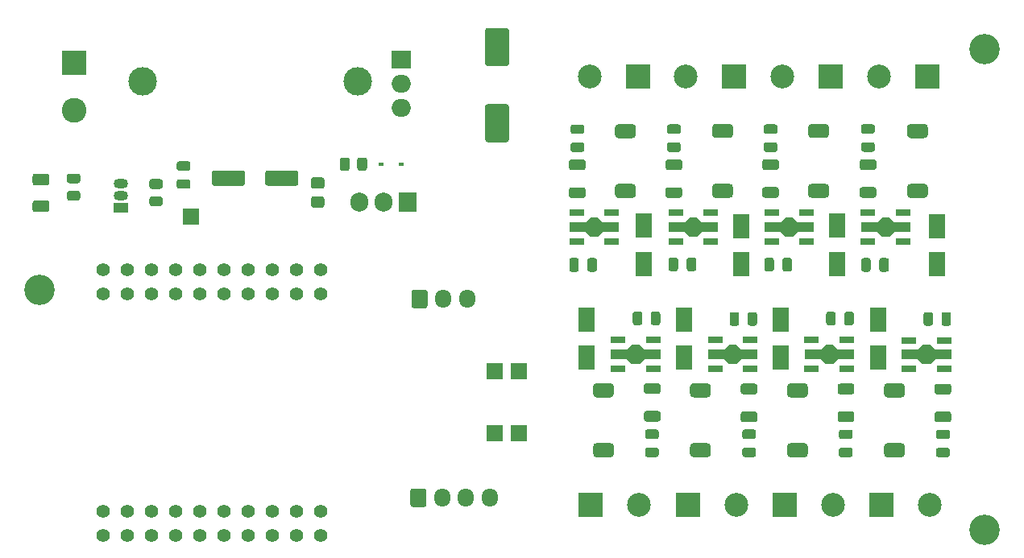
<source format=gts>
G04 #@! TF.GenerationSoftware,KiCad,Pcbnew,5.1.12-84ad8e8a86~92~ubuntu20.04.1*
G04 #@! TF.CreationDate,2021-11-09T21:57:18+01:00*
G04 #@! TF.ProjectId,CC dimmer low voltage,43432064-696d-46d6-9572-206c6f772076,0.82*
G04 #@! TF.SameCoordinates,Original*
G04 #@! TF.FileFunction,Soldermask,Top*
G04 #@! TF.FilePolarity,Negative*
%FSLAX46Y46*%
G04 Gerber Fmt 4.6, Leading zero omitted, Abs format (unit mm)*
G04 Created by KiCad (PCBNEW 5.1.12-84ad8e8a86~92~ubuntu20.04.1) date 2021-11-09 21:57:18*
%MOMM*%
%LPD*%
G01*
G04 APERTURE LIST*
%ADD10C,1.400000*%
%ADD11O,2.000000X1.905000*%
%ADD12R,2.000000X1.905000*%
%ADD13C,3.000000*%
%ADD14R,1.700000X1.700000*%
%ADD15C,3.200000*%
%ADD16R,1.800000X2.500000*%
%ADD17R,0.600000X0.450000*%
%ADD18O,1.700000X1.950000*%
%ADD19O,1.500000X1.050000*%
%ADD20R,1.500000X1.050000*%
%ADD21R,1.905000X2.000000*%
%ADD22O,1.905000X2.000000*%
%ADD23R,2.600000X2.600000*%
%ADD24C,2.600000*%
%ADD25C,2.500000*%
%ADD26R,2.500000X2.500000*%
%ADD27C,0.150000*%
%ADD28R,1.500000X0.700000*%
G04 APERTURE END LIST*
D10*
X128962000Y-95455000D03*
X128962000Y-97995000D03*
X126422000Y-95455000D03*
X126422000Y-97995000D03*
X123882000Y-95455000D03*
X123882000Y-97995000D03*
X121342000Y-95455000D03*
X121342000Y-97995000D03*
X118802000Y-95455000D03*
X118802000Y-97995000D03*
X116262000Y-95455000D03*
X116262000Y-97995000D03*
X113722000Y-95455000D03*
X113722000Y-97995000D03*
X111182000Y-95455000D03*
X111182000Y-97995000D03*
X108642000Y-95455000D03*
X108642000Y-97995000D03*
X106102000Y-95455000D03*
X106102000Y-97995000D03*
X128962000Y-120855000D03*
X128962000Y-123395000D03*
X126422000Y-120855000D03*
X126422000Y-123395000D03*
X123882000Y-120855000D03*
X123882000Y-123395000D03*
X121342000Y-120855000D03*
X121342000Y-123395000D03*
X118802000Y-120855000D03*
X118802000Y-123395000D03*
X116262000Y-120855000D03*
X116262000Y-123395000D03*
X113722000Y-120855000D03*
X113722000Y-123395000D03*
X111182000Y-120855000D03*
X111182000Y-123395000D03*
X108642000Y-120855000D03*
X108642000Y-123395000D03*
X106102000Y-123395000D03*
X106102000Y-120855000D03*
D11*
X137474200Y-78517000D03*
X137474200Y-75977000D03*
D12*
X137474200Y-73437000D03*
G36*
G01*
X156132000Y-94510000D02*
X156132000Y-95460000D01*
G75*
G02*
X155882000Y-95710000I-250000J0D01*
G01*
X155382000Y-95710000D01*
G75*
G02*
X155132000Y-95460000I0J250000D01*
G01*
X155132000Y-94510000D01*
G75*
G02*
X155382000Y-94260000I250000J0D01*
G01*
X155882000Y-94260000D01*
G75*
G02*
X156132000Y-94510000I0J-250000D01*
G01*
G37*
G36*
G01*
X158032000Y-94510000D02*
X158032000Y-95460000D01*
G75*
G02*
X157782000Y-95710000I-250000J0D01*
G01*
X157282000Y-95710000D01*
G75*
G02*
X157032000Y-95460000I0J250000D01*
G01*
X157032000Y-94510000D01*
G75*
G02*
X157282000Y-94260000I250000J0D01*
G01*
X157782000Y-94260000D01*
G75*
G02*
X158032000Y-94510000I0J-250000D01*
G01*
G37*
D13*
X132851400Y-75672200D03*
X110251400Y-75672200D03*
D14*
X149842000Y-112695000D03*
X149842000Y-106185000D03*
D15*
X198722000Y-72275000D03*
G36*
G01*
X156457000Y-83115000D02*
X155507000Y-83115000D01*
G75*
G02*
X155257000Y-82865000I0J250000D01*
G01*
X155257000Y-82365000D01*
G75*
G02*
X155507000Y-82115000I250000J0D01*
G01*
X156457000Y-82115000D01*
G75*
G02*
X156707000Y-82365000I0J-250000D01*
G01*
X156707000Y-82865000D01*
G75*
G02*
X156457000Y-83115000I-250000J0D01*
G01*
G37*
G36*
G01*
X156457000Y-81215000D02*
X155507000Y-81215000D01*
G75*
G02*
X155257000Y-80965000I0J250000D01*
G01*
X155257000Y-80465000D01*
G75*
G02*
X155507000Y-80215000I250000J0D01*
G01*
X156457000Y-80215000D01*
G75*
G02*
X156707000Y-80465000I0J-250000D01*
G01*
X156707000Y-80965000D01*
G75*
G02*
X156457000Y-81215000I-250000J0D01*
G01*
G37*
G36*
G01*
X168462000Y-94460000D02*
X168462000Y-95410000D01*
G75*
G02*
X168212000Y-95660000I-250000J0D01*
G01*
X167712000Y-95660000D01*
G75*
G02*
X167462000Y-95410000I0J250000D01*
G01*
X167462000Y-94460000D01*
G75*
G02*
X167712000Y-94210000I250000J0D01*
G01*
X168212000Y-94210000D01*
G75*
G02*
X168462000Y-94460000I0J-250000D01*
G01*
G37*
G36*
G01*
X166562000Y-94460000D02*
X166562000Y-95410000D01*
G75*
G02*
X166312000Y-95660000I-250000J0D01*
G01*
X165812000Y-95660000D01*
G75*
G02*
X165562000Y-95410000I0J250000D01*
G01*
X165562000Y-94460000D01*
G75*
G02*
X165812000Y-94210000I250000J0D01*
G01*
X166312000Y-94210000D01*
G75*
G02*
X166562000Y-94460000I0J-250000D01*
G01*
G37*
G36*
G01*
X166597000Y-83105000D02*
X165647000Y-83105000D01*
G75*
G02*
X165397000Y-82855000I0J250000D01*
G01*
X165397000Y-82355000D01*
G75*
G02*
X165647000Y-82105000I250000J0D01*
G01*
X166597000Y-82105000D01*
G75*
G02*
X166847000Y-82355000I0J-250000D01*
G01*
X166847000Y-82855000D01*
G75*
G02*
X166597000Y-83105000I-250000J0D01*
G01*
G37*
G36*
G01*
X166597000Y-81205000D02*
X165647000Y-81205000D01*
G75*
G02*
X165397000Y-80955000I0J250000D01*
G01*
X165397000Y-80455000D01*
G75*
G02*
X165647000Y-80205000I250000J0D01*
G01*
X166597000Y-80205000D01*
G75*
G02*
X166847000Y-80455000I0J-250000D01*
G01*
X166847000Y-80955000D01*
G75*
G02*
X166597000Y-81205000I-250000J0D01*
G01*
G37*
G36*
G01*
X178532000Y-94480000D02*
X178532000Y-95430000D01*
G75*
G02*
X178282000Y-95680000I-250000J0D01*
G01*
X177782000Y-95680000D01*
G75*
G02*
X177532000Y-95430000I0J250000D01*
G01*
X177532000Y-94480000D01*
G75*
G02*
X177782000Y-94230000I250000J0D01*
G01*
X178282000Y-94230000D01*
G75*
G02*
X178532000Y-94480000I0J-250000D01*
G01*
G37*
G36*
G01*
X176632000Y-94480000D02*
X176632000Y-95430000D01*
G75*
G02*
X176382000Y-95680000I-250000J0D01*
G01*
X175882000Y-95680000D01*
G75*
G02*
X175632000Y-95430000I0J250000D01*
G01*
X175632000Y-94480000D01*
G75*
G02*
X175882000Y-94230000I250000J0D01*
G01*
X176382000Y-94230000D01*
G75*
G02*
X176632000Y-94480000I0J-250000D01*
G01*
G37*
G36*
G01*
X176757000Y-81205000D02*
X175807000Y-81205000D01*
G75*
G02*
X175557000Y-80955000I0J250000D01*
G01*
X175557000Y-80455000D01*
G75*
G02*
X175807000Y-80205000I250000J0D01*
G01*
X176757000Y-80205000D01*
G75*
G02*
X177007000Y-80455000I0J-250000D01*
G01*
X177007000Y-80955000D01*
G75*
G02*
X176757000Y-81205000I-250000J0D01*
G01*
G37*
G36*
G01*
X176757000Y-83105000D02*
X175807000Y-83105000D01*
G75*
G02*
X175557000Y-82855000I0J250000D01*
G01*
X175557000Y-82355000D01*
G75*
G02*
X175807000Y-82105000I250000J0D01*
G01*
X176757000Y-82105000D01*
G75*
G02*
X177007000Y-82355000I0J-250000D01*
G01*
X177007000Y-82855000D01*
G75*
G02*
X176757000Y-83105000I-250000J0D01*
G01*
G37*
G36*
G01*
X186812000Y-94510000D02*
X186812000Y-95460000D01*
G75*
G02*
X186562000Y-95710000I-250000J0D01*
G01*
X186062000Y-95710000D01*
G75*
G02*
X185812000Y-95460000I0J250000D01*
G01*
X185812000Y-94510000D01*
G75*
G02*
X186062000Y-94260000I250000J0D01*
G01*
X186562000Y-94260000D01*
G75*
G02*
X186812000Y-94510000I0J-250000D01*
G01*
G37*
G36*
G01*
X188712000Y-94510000D02*
X188712000Y-95460000D01*
G75*
G02*
X188462000Y-95710000I-250000J0D01*
G01*
X187962000Y-95710000D01*
G75*
G02*
X187712000Y-95460000I0J250000D01*
G01*
X187712000Y-94510000D01*
G75*
G02*
X187962000Y-94260000I250000J0D01*
G01*
X188462000Y-94260000D01*
G75*
G02*
X188712000Y-94510000I0J-250000D01*
G01*
G37*
G36*
G01*
X186987000Y-83095000D02*
X186037000Y-83095000D01*
G75*
G02*
X185787000Y-82845000I0J250000D01*
G01*
X185787000Y-82345000D01*
G75*
G02*
X186037000Y-82095000I250000J0D01*
G01*
X186987000Y-82095000D01*
G75*
G02*
X187237000Y-82345000I0J-250000D01*
G01*
X187237000Y-82845000D01*
G75*
G02*
X186987000Y-83095000I-250000J0D01*
G01*
G37*
G36*
G01*
X186987000Y-81195000D02*
X186037000Y-81195000D01*
G75*
G02*
X185787000Y-80945000I0J250000D01*
G01*
X185787000Y-80445000D01*
G75*
G02*
X186037000Y-80195000I250000J0D01*
G01*
X186987000Y-80195000D01*
G75*
G02*
X187237000Y-80445000I0J-250000D01*
G01*
X187237000Y-80945000D01*
G75*
G02*
X186987000Y-81195000I-250000J0D01*
G01*
G37*
G36*
G01*
X148532000Y-82075000D02*
X146532000Y-82075000D01*
G75*
G02*
X146282000Y-81825000I0J250000D01*
G01*
X146282000Y-78325000D01*
G75*
G02*
X146532000Y-78075000I250000J0D01*
G01*
X148532000Y-78075000D01*
G75*
G02*
X148782000Y-78325000I0J-250000D01*
G01*
X148782000Y-81825000D01*
G75*
G02*
X148532000Y-82075000I-250000J0D01*
G01*
G37*
G36*
G01*
X148532000Y-74075000D02*
X146532000Y-74075000D01*
G75*
G02*
X146282000Y-73825000I0J250000D01*
G01*
X146282000Y-70325000D01*
G75*
G02*
X146532000Y-70075000I250000J0D01*
G01*
X148532000Y-70075000D01*
G75*
G02*
X148782000Y-70325000I0J-250000D01*
G01*
X148782000Y-73825000D01*
G75*
G02*
X148532000Y-74075000I-250000J0D01*
G01*
G37*
G36*
G01*
X126657200Y-85311800D02*
X126657200Y-86411800D01*
G75*
G02*
X126407200Y-86661800I-250000J0D01*
G01*
X123407200Y-86661800D01*
G75*
G02*
X123157200Y-86411800I0J250000D01*
G01*
X123157200Y-85311800D01*
G75*
G02*
X123407200Y-85061800I250000J0D01*
G01*
X126407200Y-85061800D01*
G75*
G02*
X126657200Y-85311800I0J-250000D01*
G01*
G37*
G36*
G01*
X121057200Y-85311800D02*
X121057200Y-86411800D01*
G75*
G02*
X120807200Y-86661800I-250000J0D01*
G01*
X117807200Y-86661800D01*
G75*
G02*
X117557200Y-86411800I0J250000D01*
G01*
X117557200Y-85311800D01*
G75*
G02*
X117807200Y-85061800I250000J0D01*
G01*
X120807200Y-85061800D01*
G75*
G02*
X121057200Y-85311800I0J-250000D01*
G01*
G37*
G36*
G01*
X115063800Y-86981600D02*
X114113800Y-86981600D01*
G75*
G02*
X113863800Y-86731600I0J250000D01*
G01*
X113863800Y-86231600D01*
G75*
G02*
X114113800Y-85981600I250000J0D01*
G01*
X115063800Y-85981600D01*
G75*
G02*
X115313800Y-86231600I0J-250000D01*
G01*
X115313800Y-86731600D01*
G75*
G02*
X115063800Y-86981600I-250000J0D01*
G01*
G37*
G36*
G01*
X115063800Y-85081600D02*
X114113800Y-85081600D01*
G75*
G02*
X113863800Y-84831600I0J250000D01*
G01*
X113863800Y-84331600D01*
G75*
G02*
X114113800Y-84081600I250000J0D01*
G01*
X115063800Y-84081600D01*
G75*
G02*
X115313800Y-84331600I0J-250000D01*
G01*
X115313800Y-84831600D01*
G75*
G02*
X115063800Y-85081600I-250000J0D01*
G01*
G37*
D16*
X162932000Y-94865000D03*
X162932000Y-90865000D03*
X173202000Y-94885000D03*
X173202000Y-90885000D03*
X183272000Y-94875000D03*
X183272000Y-90875000D03*
X193742000Y-90905000D03*
X193742000Y-94905000D03*
D17*
X137457400Y-84388600D03*
X135357400Y-84388600D03*
G36*
G01*
X100227800Y-89436200D02*
X98977800Y-89436200D01*
G75*
G02*
X98727800Y-89186200I0J250000D01*
G01*
X98727800Y-88436200D01*
G75*
G02*
X98977800Y-88186200I250000J0D01*
G01*
X100227800Y-88186200D01*
G75*
G02*
X100477800Y-88436200I0J-250000D01*
G01*
X100477800Y-89186200D01*
G75*
G02*
X100227800Y-89436200I-250000J0D01*
G01*
G37*
G36*
G01*
X100227800Y-86636200D02*
X98977800Y-86636200D01*
G75*
G02*
X98727800Y-86386200I0J250000D01*
G01*
X98727800Y-85636200D01*
G75*
G02*
X98977800Y-85386200I250000J0D01*
G01*
X100227800Y-85386200D01*
G75*
G02*
X100477800Y-85636200I0J-250000D01*
G01*
X100477800Y-86386200D01*
G75*
G02*
X100227800Y-86636200I-250000J0D01*
G01*
G37*
G36*
G01*
X128235799Y-85776400D02*
X129135801Y-85776400D01*
G75*
G02*
X129385800Y-86026399I0J-249999D01*
G01*
X129385800Y-86726401D01*
G75*
G02*
X129135801Y-86976400I-249999J0D01*
G01*
X128235799Y-86976400D01*
G75*
G02*
X127985800Y-86726401I0J249999D01*
G01*
X127985800Y-86026399D01*
G75*
G02*
X128235799Y-85776400I249999J0D01*
G01*
G37*
G36*
G01*
X128235799Y-87776400D02*
X129135801Y-87776400D01*
G75*
G02*
X129385800Y-88026399I0J-249999D01*
G01*
X129385800Y-88726401D01*
G75*
G02*
X129135801Y-88976400I-249999J0D01*
G01*
X128235799Y-88976400D01*
G75*
G02*
X127985800Y-88726401I0J249999D01*
G01*
X127985800Y-88026399D01*
G75*
G02*
X128235799Y-87776400I249999J0D01*
G01*
G37*
D15*
X198752000Y-122805000D03*
G36*
G01*
X138532000Y-99300000D02*
X138532000Y-97850000D01*
G75*
G02*
X138782000Y-97600000I250000J0D01*
G01*
X139982000Y-97600000D01*
G75*
G02*
X140232000Y-97850000I0J-250000D01*
G01*
X140232000Y-99300000D01*
G75*
G02*
X139982000Y-99550000I-250000J0D01*
G01*
X138782000Y-99550000D01*
G75*
G02*
X138532000Y-99300000I0J250000D01*
G01*
G37*
D18*
X141882000Y-98575000D03*
X144382000Y-98575000D03*
G36*
G01*
X138412000Y-120190000D02*
X138412000Y-118740000D01*
G75*
G02*
X138662000Y-118490000I250000J0D01*
G01*
X139862000Y-118490000D01*
G75*
G02*
X140112000Y-118740000I0J-250000D01*
G01*
X140112000Y-120190000D01*
G75*
G02*
X139862000Y-120440000I-250000J0D01*
G01*
X138662000Y-120440000D01*
G75*
G02*
X138412000Y-120190000I0J250000D01*
G01*
G37*
X141762000Y-119465000D03*
X144262000Y-119465000D03*
X146762000Y-119465000D03*
D14*
X147302000Y-106185000D03*
X147302000Y-112695000D03*
X115402000Y-89895000D03*
G36*
G01*
X155336997Y-83910000D02*
X156587003Y-83910000D01*
G75*
G02*
X156837000Y-84159997I0J-249997D01*
G01*
X156837000Y-84785003D01*
G75*
G02*
X156587003Y-85035000I-249997J0D01*
G01*
X155336997Y-85035000D01*
G75*
G02*
X155087000Y-84785003I0J249997D01*
G01*
X155087000Y-84159997D01*
G75*
G02*
X155336997Y-83910000I249997J0D01*
G01*
G37*
G36*
G01*
X155336997Y-86835000D02*
X156587003Y-86835000D01*
G75*
G02*
X156837000Y-87084997I0J-249997D01*
G01*
X156837000Y-87710003D01*
G75*
G02*
X156587003Y-87960000I-249997J0D01*
G01*
X155336997Y-87960000D01*
G75*
G02*
X155087000Y-87710003I0J249997D01*
G01*
X155087000Y-87084997D01*
G75*
G02*
X155336997Y-86835000I249997J0D01*
G01*
G37*
G36*
G01*
X165486997Y-86815000D02*
X166737003Y-86815000D01*
G75*
G02*
X166987000Y-87064997I0J-249997D01*
G01*
X166987000Y-87690003D01*
G75*
G02*
X166737003Y-87940000I-249997J0D01*
G01*
X165486997Y-87940000D01*
G75*
G02*
X165237000Y-87690003I0J249997D01*
G01*
X165237000Y-87064997D01*
G75*
G02*
X165486997Y-86815000I249997J0D01*
G01*
G37*
G36*
G01*
X165486997Y-83890000D02*
X166737003Y-83890000D01*
G75*
G02*
X166987000Y-84139997I0J-249997D01*
G01*
X166987000Y-84765003D01*
G75*
G02*
X166737003Y-85015000I-249997J0D01*
G01*
X165486997Y-85015000D01*
G75*
G02*
X165237000Y-84765003I0J249997D01*
G01*
X165237000Y-84139997D01*
G75*
G02*
X165486997Y-83890000I249997J0D01*
G01*
G37*
G36*
G01*
X175646997Y-86805000D02*
X176897003Y-86805000D01*
G75*
G02*
X177147000Y-87054997I0J-249997D01*
G01*
X177147000Y-87680003D01*
G75*
G02*
X176897003Y-87930000I-249997J0D01*
G01*
X175646997Y-87930000D01*
G75*
G02*
X175397000Y-87680003I0J249997D01*
G01*
X175397000Y-87054997D01*
G75*
G02*
X175646997Y-86805000I249997J0D01*
G01*
G37*
G36*
G01*
X175646997Y-83880000D02*
X176897003Y-83880000D01*
G75*
G02*
X177147000Y-84129997I0J-249997D01*
G01*
X177147000Y-84755003D01*
G75*
G02*
X176897003Y-85005000I-249997J0D01*
G01*
X175646997Y-85005000D01*
G75*
G02*
X175397000Y-84755003I0J249997D01*
G01*
X175397000Y-84129997D01*
G75*
G02*
X175646997Y-83880000I249997J0D01*
G01*
G37*
G36*
G01*
X185886997Y-83880000D02*
X187137003Y-83880000D01*
G75*
G02*
X187387000Y-84129997I0J-249997D01*
G01*
X187387000Y-84755003D01*
G75*
G02*
X187137003Y-85005000I-249997J0D01*
G01*
X185886997Y-85005000D01*
G75*
G02*
X185637000Y-84755003I0J249997D01*
G01*
X185637000Y-84129997D01*
G75*
G02*
X185886997Y-83880000I249997J0D01*
G01*
G37*
G36*
G01*
X185886997Y-86805000D02*
X187137003Y-86805000D01*
G75*
G02*
X187387000Y-87054997I0J-249997D01*
G01*
X187387000Y-87680003D01*
G75*
G02*
X187137003Y-87930000I-249997J0D01*
G01*
X185886997Y-87930000D01*
G75*
G02*
X185637000Y-87680003I0J249997D01*
G01*
X185637000Y-87054997D01*
G75*
G02*
X185886997Y-86805000I249997J0D01*
G01*
G37*
G36*
G01*
X111243198Y-85960800D02*
X112143202Y-85960800D01*
G75*
G02*
X112393200Y-86210798I0J-249998D01*
G01*
X112393200Y-86735802D01*
G75*
G02*
X112143202Y-86985800I-249998J0D01*
G01*
X111243198Y-86985800D01*
G75*
G02*
X110993200Y-86735802I0J249998D01*
G01*
X110993200Y-86210798D01*
G75*
G02*
X111243198Y-85960800I249998J0D01*
G01*
G37*
G36*
G01*
X111243198Y-87785800D02*
X112143202Y-87785800D01*
G75*
G02*
X112393200Y-88035798I0J-249998D01*
G01*
X112393200Y-88560802D01*
G75*
G02*
X112143202Y-88810800I-249998J0D01*
G01*
X111243198Y-88810800D01*
G75*
G02*
X110993200Y-88560802I0J249998D01*
G01*
X110993200Y-88035798D01*
G75*
G02*
X111243198Y-87785800I249998J0D01*
G01*
G37*
G36*
G01*
X132045000Y-83938598D02*
X132045000Y-84838602D01*
G75*
G02*
X131795002Y-85088600I-249998J0D01*
G01*
X131269998Y-85088600D01*
G75*
G02*
X131020000Y-84838602I0J249998D01*
G01*
X131020000Y-83938598D01*
G75*
G02*
X131269998Y-83688600I249998J0D01*
G01*
X131795002Y-83688600D01*
G75*
G02*
X132045000Y-83938598I0J-249998D01*
G01*
G37*
G36*
G01*
X133870000Y-83938598D02*
X133870000Y-84838602D01*
G75*
G02*
X133620002Y-85088600I-249998J0D01*
G01*
X133094998Y-85088600D01*
G75*
G02*
X132845000Y-84838602I0J249998D01*
G01*
X132845000Y-83938598D01*
G75*
G02*
X133094998Y-83688600I249998J0D01*
G01*
X133620002Y-83688600D01*
G75*
G02*
X133870000Y-83938598I0J-249998D01*
G01*
G37*
G36*
G01*
X103481802Y-88226600D02*
X102581798Y-88226600D01*
G75*
G02*
X102331800Y-87976602I0J249998D01*
G01*
X102331800Y-87451598D01*
G75*
G02*
X102581798Y-87201600I249998J0D01*
G01*
X103481802Y-87201600D01*
G75*
G02*
X103731800Y-87451598I0J-249998D01*
G01*
X103731800Y-87976602D01*
G75*
G02*
X103481802Y-88226600I-249998J0D01*
G01*
G37*
G36*
G01*
X103481802Y-86401600D02*
X102581798Y-86401600D01*
G75*
G02*
X102331800Y-86151602I0J249998D01*
G01*
X102331800Y-85626598D01*
G75*
G02*
X102581798Y-85376600I249998J0D01*
G01*
X103481802Y-85376600D01*
G75*
G02*
X103731800Y-85626598I0J-249998D01*
G01*
X103731800Y-86151602D01*
G75*
G02*
X103481802Y-86401600I-249998J0D01*
G01*
G37*
D19*
X107959400Y-87716000D03*
X107959400Y-86446000D03*
D20*
X107959400Y-88986000D03*
D21*
X138160000Y-88401800D03*
D22*
X135620000Y-88401800D03*
X133080000Y-88401800D03*
D23*
X103052000Y-73715000D03*
D24*
X103052000Y-78715000D03*
D25*
X157242000Y-75187000D03*
D26*
X162322000Y-75187000D03*
X172472000Y-75185000D03*
D25*
X167392000Y-75185000D03*
X177542000Y-75175000D03*
D26*
X182622000Y-75175000D03*
X192772000Y-75165000D03*
D25*
X187692000Y-75165000D03*
D27*
G36*
X156832000Y-91515000D02*
G01*
X155132000Y-91515000D01*
X155132000Y-90515000D01*
X156832000Y-90515000D01*
X157332000Y-90015000D01*
X158132000Y-90015000D01*
X158632000Y-90515000D01*
X160332000Y-90515000D01*
X160332000Y-91515000D01*
X158632000Y-91515000D01*
X158132000Y-92015000D01*
X157332000Y-92015000D01*
X156832000Y-91515000D01*
G37*
D28*
X159582000Y-89515000D03*
X159582000Y-92515000D03*
X155882000Y-89515000D03*
X155882000Y-92515000D03*
D27*
G36*
X167262000Y-91515000D02*
G01*
X165562000Y-91515000D01*
X165562000Y-90515000D01*
X167262000Y-90515000D01*
X167762000Y-90015000D01*
X168562000Y-90015000D01*
X169062000Y-90515000D01*
X170762000Y-90515000D01*
X170762000Y-91515000D01*
X169062000Y-91515000D01*
X168562000Y-92015000D01*
X167762000Y-92015000D01*
X167262000Y-91515000D01*
G37*
D28*
X170012000Y-89515000D03*
X170012000Y-92515000D03*
X166312000Y-89515000D03*
X166312000Y-92515000D03*
D27*
G36*
X177322000Y-91505000D02*
G01*
X175622000Y-91505000D01*
X175622000Y-90505000D01*
X177322000Y-90505000D01*
X177822000Y-90005000D01*
X178622000Y-90005000D01*
X179122000Y-90505000D01*
X180822000Y-90505000D01*
X180822000Y-91505000D01*
X179122000Y-91505000D01*
X178622000Y-92005000D01*
X177822000Y-92005000D01*
X177322000Y-91505000D01*
G37*
D28*
X180072000Y-89505000D03*
X180072000Y-92505000D03*
X176372000Y-89505000D03*
X176372000Y-92505000D03*
D27*
G36*
X187472000Y-91505000D02*
G01*
X185772000Y-91505000D01*
X185772000Y-90505000D01*
X187472000Y-90505000D01*
X187972000Y-90005000D01*
X188772000Y-90005000D01*
X189272000Y-90505000D01*
X190972000Y-90505000D01*
X190972000Y-91505000D01*
X189272000Y-91505000D01*
X188772000Y-92005000D01*
X187972000Y-92005000D01*
X187472000Y-91505000D01*
G37*
D28*
X190222000Y-89505000D03*
X190222000Y-92505000D03*
X186522000Y-89505000D03*
X186522000Y-92505000D03*
G36*
G01*
X161757000Y-87965000D02*
X160307000Y-87965000D01*
G75*
G02*
X159932000Y-87590000I0J375000D01*
G01*
X159932000Y-86840000D01*
G75*
G02*
X160307000Y-86465000I375000J0D01*
G01*
X161757000Y-86465000D01*
G75*
G02*
X162132000Y-86840000I0J-375000D01*
G01*
X162132000Y-87590000D01*
G75*
G02*
X161757000Y-87965000I-375000J0D01*
G01*
G37*
G36*
G01*
X161757000Y-81665000D02*
X160307000Y-81665000D01*
G75*
G02*
X159932000Y-81290000I0J375000D01*
G01*
X159932000Y-80540000D01*
G75*
G02*
X160307000Y-80165000I375000J0D01*
G01*
X161757000Y-80165000D01*
G75*
G02*
X162132000Y-80540000I0J-375000D01*
G01*
X162132000Y-81290000D01*
G75*
G02*
X161757000Y-81665000I-375000J0D01*
G01*
G37*
G36*
G01*
X171957000Y-87945000D02*
X170507000Y-87945000D01*
G75*
G02*
X170132000Y-87570000I0J375000D01*
G01*
X170132000Y-86820000D01*
G75*
G02*
X170507000Y-86445000I375000J0D01*
G01*
X171957000Y-86445000D01*
G75*
G02*
X172332000Y-86820000I0J-375000D01*
G01*
X172332000Y-87570000D01*
G75*
G02*
X171957000Y-87945000I-375000J0D01*
G01*
G37*
G36*
G01*
X171957000Y-81645000D02*
X170507000Y-81645000D01*
G75*
G02*
X170132000Y-81270000I0J375000D01*
G01*
X170132000Y-80520000D01*
G75*
G02*
X170507000Y-80145000I375000J0D01*
G01*
X171957000Y-80145000D01*
G75*
G02*
X172332000Y-80520000I0J-375000D01*
G01*
X172332000Y-81270000D01*
G75*
G02*
X171957000Y-81645000I-375000J0D01*
G01*
G37*
G36*
G01*
X182047000Y-81645000D02*
X180597000Y-81645000D01*
G75*
G02*
X180222000Y-81270000I0J375000D01*
G01*
X180222000Y-80520000D01*
G75*
G02*
X180597000Y-80145000I375000J0D01*
G01*
X182047000Y-80145000D01*
G75*
G02*
X182422000Y-80520000I0J-375000D01*
G01*
X182422000Y-81270000D01*
G75*
G02*
X182047000Y-81645000I-375000J0D01*
G01*
G37*
G36*
G01*
X182047000Y-87945000D02*
X180597000Y-87945000D01*
G75*
G02*
X180222000Y-87570000I0J375000D01*
G01*
X180222000Y-86820000D01*
G75*
G02*
X180597000Y-86445000I375000J0D01*
G01*
X182047000Y-86445000D01*
G75*
G02*
X182422000Y-86820000I0J-375000D01*
G01*
X182422000Y-87570000D01*
G75*
G02*
X182047000Y-87945000I-375000J0D01*
G01*
G37*
G36*
G01*
X192437000Y-87955000D02*
X190987000Y-87955000D01*
G75*
G02*
X190612000Y-87580000I0J375000D01*
G01*
X190612000Y-86830000D01*
G75*
G02*
X190987000Y-86455000I375000J0D01*
G01*
X192437000Y-86455000D01*
G75*
G02*
X192812000Y-86830000I0J-375000D01*
G01*
X192812000Y-87580000D01*
G75*
G02*
X192437000Y-87955000I-375000J0D01*
G01*
G37*
G36*
G01*
X192437000Y-81655000D02*
X190987000Y-81655000D01*
G75*
G02*
X190612000Y-81280000I0J375000D01*
G01*
X190612000Y-80530000D01*
G75*
G02*
X190987000Y-80155000I375000J0D01*
G01*
X192437000Y-80155000D01*
G75*
G02*
X192812000Y-80530000I0J-375000D01*
G01*
X192812000Y-81280000D01*
G75*
G02*
X192437000Y-81655000I-375000J0D01*
G01*
G37*
G36*
G01*
X192342000Y-101140000D02*
X192342000Y-100190000D01*
G75*
G02*
X192592000Y-99940000I250000J0D01*
G01*
X193092000Y-99940000D01*
G75*
G02*
X193342000Y-100190000I0J-250000D01*
G01*
X193342000Y-101140000D01*
G75*
G02*
X193092000Y-101390000I-250000J0D01*
G01*
X192592000Y-101390000D01*
G75*
G02*
X192342000Y-101140000I0J250000D01*
G01*
G37*
G36*
G01*
X194242000Y-101140000D02*
X194242000Y-100190000D01*
G75*
G02*
X194492000Y-99940000I250000J0D01*
G01*
X194992000Y-99940000D01*
G75*
G02*
X195242000Y-100190000I0J-250000D01*
G01*
X195242000Y-101140000D01*
G75*
G02*
X194992000Y-101390000I-250000J0D01*
G01*
X194492000Y-101390000D01*
G75*
G02*
X194242000Y-101140000I0J250000D01*
G01*
G37*
G36*
G01*
X193917000Y-114205000D02*
X194867000Y-114205000D01*
G75*
G02*
X195117000Y-114455000I0J-250000D01*
G01*
X195117000Y-114955000D01*
G75*
G02*
X194867000Y-115205000I-250000J0D01*
G01*
X193917000Y-115205000D01*
G75*
G02*
X193667000Y-114955000I0J250000D01*
G01*
X193667000Y-114455000D01*
G75*
G02*
X193917000Y-114205000I250000J0D01*
G01*
G37*
G36*
G01*
X193917000Y-112305000D02*
X194867000Y-112305000D01*
G75*
G02*
X195117000Y-112555000I0J-250000D01*
G01*
X195117000Y-113055000D01*
G75*
G02*
X194867000Y-113305000I-250000J0D01*
G01*
X193917000Y-113305000D01*
G75*
G02*
X193667000Y-113055000I0J250000D01*
G01*
X193667000Y-112555000D01*
G75*
G02*
X193917000Y-112305000I250000J0D01*
G01*
G37*
G36*
G01*
X182122000Y-101100000D02*
X182122000Y-100150000D01*
G75*
G02*
X182372000Y-99900000I250000J0D01*
G01*
X182872000Y-99900000D01*
G75*
G02*
X183122000Y-100150000I0J-250000D01*
G01*
X183122000Y-101100000D01*
G75*
G02*
X182872000Y-101350000I-250000J0D01*
G01*
X182372000Y-101350000D01*
G75*
G02*
X182122000Y-101100000I0J250000D01*
G01*
G37*
G36*
G01*
X184022000Y-101100000D02*
X184022000Y-100150000D01*
G75*
G02*
X184272000Y-99900000I250000J0D01*
G01*
X184772000Y-99900000D01*
G75*
G02*
X185022000Y-100150000I0J-250000D01*
G01*
X185022000Y-101100000D01*
G75*
G02*
X184772000Y-101350000I-250000J0D01*
G01*
X184272000Y-101350000D01*
G75*
G02*
X184022000Y-101100000I0J250000D01*
G01*
G37*
G36*
G01*
X183707000Y-114205000D02*
X184657000Y-114205000D01*
G75*
G02*
X184907000Y-114455000I0J-250000D01*
G01*
X184907000Y-114955000D01*
G75*
G02*
X184657000Y-115205000I-250000J0D01*
G01*
X183707000Y-115205000D01*
G75*
G02*
X183457000Y-114955000I0J250000D01*
G01*
X183457000Y-114455000D01*
G75*
G02*
X183707000Y-114205000I250000J0D01*
G01*
G37*
G36*
G01*
X183707000Y-112305000D02*
X184657000Y-112305000D01*
G75*
G02*
X184907000Y-112555000I0J-250000D01*
G01*
X184907000Y-113055000D01*
G75*
G02*
X184657000Y-113305000I-250000J0D01*
G01*
X183707000Y-113305000D01*
G75*
G02*
X183457000Y-113055000I0J250000D01*
G01*
X183457000Y-112555000D01*
G75*
G02*
X183707000Y-112305000I250000J0D01*
G01*
G37*
G36*
G01*
X171972000Y-101140000D02*
X171972000Y-100190000D01*
G75*
G02*
X172222000Y-99940000I250000J0D01*
G01*
X172722000Y-99940000D01*
G75*
G02*
X172972000Y-100190000I0J-250000D01*
G01*
X172972000Y-101140000D01*
G75*
G02*
X172722000Y-101390000I-250000J0D01*
G01*
X172222000Y-101390000D01*
G75*
G02*
X171972000Y-101140000I0J250000D01*
G01*
G37*
G36*
G01*
X173872000Y-101140000D02*
X173872000Y-100190000D01*
G75*
G02*
X174122000Y-99940000I250000J0D01*
G01*
X174622000Y-99940000D01*
G75*
G02*
X174872000Y-100190000I0J-250000D01*
G01*
X174872000Y-101140000D01*
G75*
G02*
X174622000Y-101390000I-250000J0D01*
G01*
X174122000Y-101390000D01*
G75*
G02*
X173872000Y-101140000I0J250000D01*
G01*
G37*
G36*
G01*
X173557000Y-114195000D02*
X174507000Y-114195000D01*
G75*
G02*
X174757000Y-114445000I0J-250000D01*
G01*
X174757000Y-114945000D01*
G75*
G02*
X174507000Y-115195000I-250000J0D01*
G01*
X173557000Y-115195000D01*
G75*
G02*
X173307000Y-114945000I0J250000D01*
G01*
X173307000Y-114445000D01*
G75*
G02*
X173557000Y-114195000I250000J0D01*
G01*
G37*
G36*
G01*
X173557000Y-112295000D02*
X174507000Y-112295000D01*
G75*
G02*
X174757000Y-112545000I0J-250000D01*
G01*
X174757000Y-113045000D01*
G75*
G02*
X174507000Y-113295000I-250000J0D01*
G01*
X173557000Y-113295000D01*
G75*
G02*
X173307000Y-113045000I0J250000D01*
G01*
X173307000Y-112545000D01*
G75*
G02*
X173557000Y-112295000I250000J0D01*
G01*
G37*
G36*
G01*
X161792000Y-101080000D02*
X161792000Y-100130000D01*
G75*
G02*
X162042000Y-99880000I250000J0D01*
G01*
X162542000Y-99880000D01*
G75*
G02*
X162792000Y-100130000I0J-250000D01*
G01*
X162792000Y-101080000D01*
G75*
G02*
X162542000Y-101330000I-250000J0D01*
G01*
X162042000Y-101330000D01*
G75*
G02*
X161792000Y-101080000I0J250000D01*
G01*
G37*
G36*
G01*
X163692000Y-101080000D02*
X163692000Y-100130000D01*
G75*
G02*
X163942000Y-99880000I250000J0D01*
G01*
X164442000Y-99880000D01*
G75*
G02*
X164692000Y-100130000I0J-250000D01*
G01*
X164692000Y-101080000D01*
G75*
G02*
X164442000Y-101330000I-250000J0D01*
G01*
X163942000Y-101330000D01*
G75*
G02*
X163692000Y-101080000I0J250000D01*
G01*
G37*
G36*
G01*
X163327000Y-114195000D02*
X164277000Y-114195000D01*
G75*
G02*
X164527000Y-114445000I0J-250000D01*
G01*
X164527000Y-114945000D01*
G75*
G02*
X164277000Y-115195000I-250000J0D01*
G01*
X163327000Y-115195000D01*
G75*
G02*
X163077000Y-114945000I0J250000D01*
G01*
X163077000Y-114445000D01*
G75*
G02*
X163327000Y-114195000I250000J0D01*
G01*
G37*
G36*
G01*
X163327000Y-112295000D02*
X164277000Y-112295000D01*
G75*
G02*
X164527000Y-112545000I0J-250000D01*
G01*
X164527000Y-113045000D01*
G75*
G02*
X164277000Y-113295000I-250000J0D01*
G01*
X163327000Y-113295000D01*
G75*
G02*
X163077000Y-113045000I0J250000D01*
G01*
X163077000Y-112545000D01*
G75*
G02*
X163327000Y-112295000I250000J0D01*
G01*
G37*
D16*
X187562000Y-104725000D03*
X187562000Y-100725000D03*
X177372000Y-104755000D03*
X177372000Y-100755000D03*
X167192000Y-100755000D03*
X167192000Y-104755000D03*
X156902000Y-100735000D03*
X156902000Y-104735000D03*
G36*
G01*
X188577000Y-107425000D02*
X190027000Y-107425000D01*
G75*
G02*
X190402000Y-107800000I0J-375000D01*
G01*
X190402000Y-108550000D01*
G75*
G02*
X190027000Y-108925000I-375000J0D01*
G01*
X188577000Y-108925000D01*
G75*
G02*
X188202000Y-108550000I0J375000D01*
G01*
X188202000Y-107800000D01*
G75*
G02*
X188577000Y-107425000I375000J0D01*
G01*
G37*
G36*
G01*
X188577000Y-113725000D02*
X190027000Y-113725000D01*
G75*
G02*
X190402000Y-114100000I0J-375000D01*
G01*
X190402000Y-114850000D01*
G75*
G02*
X190027000Y-115225000I-375000J0D01*
G01*
X188577000Y-115225000D01*
G75*
G02*
X188202000Y-114850000I0J375000D01*
G01*
X188202000Y-114100000D01*
G75*
G02*
X188577000Y-113725000I375000J0D01*
G01*
G37*
G36*
G01*
X178377000Y-113725000D02*
X179827000Y-113725000D01*
G75*
G02*
X180202000Y-114100000I0J-375000D01*
G01*
X180202000Y-114850000D01*
G75*
G02*
X179827000Y-115225000I-375000J0D01*
G01*
X178377000Y-115225000D01*
G75*
G02*
X178002000Y-114850000I0J375000D01*
G01*
X178002000Y-114100000D01*
G75*
G02*
X178377000Y-113725000I375000J0D01*
G01*
G37*
G36*
G01*
X178377000Y-107425000D02*
X179827000Y-107425000D01*
G75*
G02*
X180202000Y-107800000I0J-375000D01*
G01*
X180202000Y-108550000D01*
G75*
G02*
X179827000Y-108925000I-375000J0D01*
G01*
X178377000Y-108925000D01*
G75*
G02*
X178002000Y-108550000I0J375000D01*
G01*
X178002000Y-107800000D01*
G75*
G02*
X178377000Y-107425000I375000J0D01*
G01*
G37*
G36*
G01*
X168187000Y-107425000D02*
X169637000Y-107425000D01*
G75*
G02*
X170012000Y-107800000I0J-375000D01*
G01*
X170012000Y-108550000D01*
G75*
G02*
X169637000Y-108925000I-375000J0D01*
G01*
X168187000Y-108925000D01*
G75*
G02*
X167812000Y-108550000I0J375000D01*
G01*
X167812000Y-107800000D01*
G75*
G02*
X168187000Y-107425000I375000J0D01*
G01*
G37*
G36*
G01*
X168187000Y-113725000D02*
X169637000Y-113725000D01*
G75*
G02*
X170012000Y-114100000I0J-375000D01*
G01*
X170012000Y-114850000D01*
G75*
G02*
X169637000Y-115225000I-375000J0D01*
G01*
X168187000Y-115225000D01*
G75*
G02*
X167812000Y-114850000I0J375000D01*
G01*
X167812000Y-114100000D01*
G75*
G02*
X168187000Y-113725000I375000J0D01*
G01*
G37*
G36*
G01*
X157997000Y-113715000D02*
X159447000Y-113715000D01*
G75*
G02*
X159822000Y-114090000I0J-375000D01*
G01*
X159822000Y-114840000D01*
G75*
G02*
X159447000Y-115215000I-375000J0D01*
G01*
X157997000Y-115215000D01*
G75*
G02*
X157622000Y-114840000I0J375000D01*
G01*
X157622000Y-114090000D01*
G75*
G02*
X157997000Y-113715000I375000J0D01*
G01*
G37*
G36*
G01*
X157997000Y-107415000D02*
X159447000Y-107415000D01*
G75*
G02*
X159822000Y-107790000I0J-375000D01*
G01*
X159822000Y-108540000D01*
G75*
G02*
X159447000Y-108915000I-375000J0D01*
G01*
X157997000Y-108915000D01*
G75*
G02*
X157622000Y-108540000I0J375000D01*
G01*
X157622000Y-107790000D01*
G75*
G02*
X157997000Y-107415000I375000J0D01*
G01*
G37*
D26*
X187912000Y-120225000D03*
D25*
X192992000Y-120225000D03*
X182822000Y-120225000D03*
D26*
X177742000Y-120225000D03*
X167572000Y-120225000D03*
D25*
X172652000Y-120225000D03*
X162472000Y-120225000D03*
D26*
X157392000Y-120225000D03*
G36*
G01*
X195017003Y-111530000D02*
X193766997Y-111530000D01*
G75*
G02*
X193517000Y-111280003I0J249997D01*
G01*
X193517000Y-110654997D01*
G75*
G02*
X193766997Y-110405000I249997J0D01*
G01*
X195017003Y-110405000D01*
G75*
G02*
X195267000Y-110654997I0J-249997D01*
G01*
X195267000Y-111280003D01*
G75*
G02*
X195017003Y-111530000I-249997J0D01*
G01*
G37*
G36*
G01*
X195017003Y-108605000D02*
X193766997Y-108605000D01*
G75*
G02*
X193517000Y-108355003I0J249997D01*
G01*
X193517000Y-107729997D01*
G75*
G02*
X193766997Y-107480000I249997J0D01*
G01*
X195017003Y-107480000D01*
G75*
G02*
X195267000Y-107729997I0J-249997D01*
G01*
X195267000Y-108355003D01*
G75*
G02*
X195017003Y-108605000I-249997J0D01*
G01*
G37*
G36*
G01*
X184827003Y-108595000D02*
X183576997Y-108595000D01*
G75*
G02*
X183327000Y-108345003I0J249997D01*
G01*
X183327000Y-107719997D01*
G75*
G02*
X183576997Y-107470000I249997J0D01*
G01*
X184827003Y-107470000D01*
G75*
G02*
X185077000Y-107719997I0J-249997D01*
G01*
X185077000Y-108345003D01*
G75*
G02*
X184827003Y-108595000I-249997J0D01*
G01*
G37*
G36*
G01*
X184827003Y-111520000D02*
X183576997Y-111520000D01*
G75*
G02*
X183327000Y-111270003I0J249997D01*
G01*
X183327000Y-110644997D01*
G75*
G02*
X183576997Y-110395000I249997J0D01*
G01*
X184827003Y-110395000D01*
G75*
G02*
X185077000Y-110644997I0J-249997D01*
G01*
X185077000Y-111270003D01*
G75*
G02*
X184827003Y-111520000I-249997J0D01*
G01*
G37*
G36*
G01*
X174637003Y-108595000D02*
X173386997Y-108595000D01*
G75*
G02*
X173137000Y-108345003I0J249997D01*
G01*
X173137000Y-107719997D01*
G75*
G02*
X173386997Y-107470000I249997J0D01*
G01*
X174637003Y-107470000D01*
G75*
G02*
X174887000Y-107719997I0J-249997D01*
G01*
X174887000Y-108345003D01*
G75*
G02*
X174637003Y-108595000I-249997J0D01*
G01*
G37*
G36*
G01*
X174637003Y-111520000D02*
X173386997Y-111520000D01*
G75*
G02*
X173137000Y-111270003I0J249997D01*
G01*
X173137000Y-110644997D01*
G75*
G02*
X173386997Y-110395000I249997J0D01*
G01*
X174637003Y-110395000D01*
G75*
G02*
X174887000Y-110644997I0J-249997D01*
G01*
X174887000Y-111270003D01*
G75*
G02*
X174637003Y-111520000I-249997J0D01*
G01*
G37*
G36*
G01*
X164467003Y-111470000D02*
X163216997Y-111470000D01*
G75*
G02*
X162967000Y-111220003I0J249997D01*
G01*
X162967000Y-110594997D01*
G75*
G02*
X163216997Y-110345000I249997J0D01*
G01*
X164467003Y-110345000D01*
G75*
G02*
X164717000Y-110594997I0J-249997D01*
G01*
X164717000Y-111220003D01*
G75*
G02*
X164467003Y-111470000I-249997J0D01*
G01*
G37*
G36*
G01*
X164467003Y-108545000D02*
X163216997Y-108545000D01*
G75*
G02*
X162967000Y-108295003I0J249997D01*
G01*
X162967000Y-107669997D01*
G75*
G02*
X163216997Y-107420000I249997J0D01*
G01*
X164467003Y-107420000D01*
G75*
G02*
X164717000Y-107669997I0J-249997D01*
G01*
X164717000Y-108295003D01*
G75*
G02*
X164467003Y-108545000I-249997J0D01*
G01*
G37*
D28*
X194522000Y-102905000D03*
X194522000Y-105905000D03*
X190822000Y-102905000D03*
X190822000Y-105905000D03*
D27*
G36*
X193572000Y-103905000D02*
G01*
X195272000Y-103905000D01*
X195272000Y-104905000D01*
X193572000Y-104905000D01*
X193072000Y-105405000D01*
X192272000Y-105405000D01*
X191772000Y-104905000D01*
X190072000Y-104905000D01*
X190072000Y-103905000D01*
X191772000Y-103905000D01*
X192272000Y-103405000D01*
X193072000Y-103405000D01*
X193572000Y-103905000D01*
G37*
G36*
X183342000Y-103885000D02*
G01*
X185042000Y-103885000D01*
X185042000Y-104885000D01*
X183342000Y-104885000D01*
X182842000Y-105385000D01*
X182042000Y-105385000D01*
X181542000Y-104885000D01*
X179842000Y-104885000D01*
X179842000Y-103885000D01*
X181542000Y-103885000D01*
X182042000Y-103385000D01*
X182842000Y-103385000D01*
X183342000Y-103885000D01*
G37*
D28*
X180592000Y-105885000D03*
X180592000Y-102885000D03*
X184292000Y-105885000D03*
X184292000Y-102885000D03*
X174142000Y-102885000D03*
X174142000Y-105885000D03*
X170442000Y-102885000D03*
X170442000Y-105885000D03*
D27*
G36*
X173192000Y-103885000D02*
G01*
X174892000Y-103885000D01*
X174892000Y-104885000D01*
X173192000Y-104885000D01*
X172692000Y-105385000D01*
X171892000Y-105385000D01*
X171392000Y-104885000D01*
X169692000Y-104885000D01*
X169692000Y-103885000D01*
X171392000Y-103885000D01*
X171892000Y-103385000D01*
X172692000Y-103385000D01*
X173192000Y-103885000D01*
G37*
G36*
X163002000Y-103865000D02*
G01*
X164702000Y-103865000D01*
X164702000Y-104865000D01*
X163002000Y-104865000D01*
X162502000Y-105365000D01*
X161702000Y-105365000D01*
X161202000Y-104865000D01*
X159502000Y-104865000D01*
X159502000Y-103865000D01*
X161202000Y-103865000D01*
X161702000Y-103365000D01*
X162502000Y-103365000D01*
X163002000Y-103865000D01*
G37*
D28*
X160252000Y-105865000D03*
X160252000Y-102865000D03*
X163952000Y-105865000D03*
X163952000Y-102865000D03*
D15*
X99462000Y-97585000D03*
M02*

</source>
